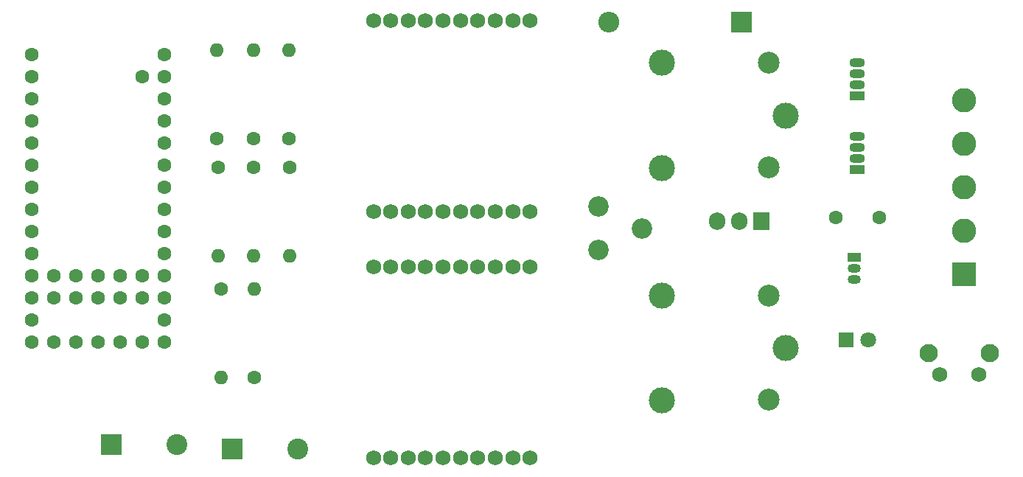
<source format=gbr>
G04 #@! TF.GenerationSoftware,KiCad,Pcbnew,5.99.0-unknown-50e22de3ba~95~ubuntu20.04.1*
G04 #@! TF.CreationDate,2021-01-21T20:42:25+09:00*
G04 #@! TF.ProjectId,Hyperwiper 2020 production prototype,48797065-7277-4697-9065-722032303230,rev?*
G04 #@! TF.SameCoordinates,Original*
G04 #@! TF.FileFunction,Soldermask,Bot*
G04 #@! TF.FilePolarity,Negative*
%FSLAX46Y46*%
G04 Gerber Fmt 4.6, Leading zero omitted, Abs format (unit mm)*
G04 Created by KiCad (PCBNEW 5.99.0-unknown-50e22de3ba~95~ubuntu20.04.1) date 2021-01-21 20:42:25*
%MOMM*%
%LPD*%
G01*
G04 APERTURE LIST*
%ADD10R,1.800000X1.070000*%
%ADD11O,1.800000X1.070000*%
%ADD12C,1.600000*%
%ADD13O,1.600000X1.600000*%
%ADD14R,1.500000X1.050000*%
%ADD15O,1.500000X1.050000*%
%ADD16R,2.800000X2.800000*%
%ADD17C,2.800000*%
%ADD18C,3.000000*%
%ADD19C,2.500000*%
%ADD20R,2.400000X2.400000*%
%ADD21C,2.400000*%
%ADD22C,1.727200*%
%ADD23O,2.400000X2.400000*%
%ADD24R,1.905000X2.000000*%
%ADD25O,1.905000X2.000000*%
%ADD26C,2.100000*%
%ADD27C,1.750000*%
%ADD28R,1.800000X1.800000*%
%ADD29C,1.800000*%
%ADD30C,2.340000*%
G04 APERTURE END LIST*
D10*
G04 #@! TO.C,D2*
X182000000Y-78250000D03*
D11*
X182000000Y-76980000D03*
X182000000Y-75710000D03*
X182000000Y-74440000D03*
G04 #@! TD*
D12*
G04 #@! TO.C,R5*
X112635000Y-77978000D03*
D13*
X112635000Y-88138000D03*
G04 #@! TD*
D12*
G04 #@! TO.C,R3*
X108966000Y-91948000D03*
D13*
X108966000Y-102108000D03*
G04 #@! TD*
D12*
G04 #@! TO.C,R4*
X116840000Y-77978000D03*
D13*
X116840000Y-88138000D03*
G04 #@! TD*
D14*
G04 #@! TO.C,Q1*
X181640000Y-88250000D03*
D15*
X181640000Y-89520000D03*
X181640000Y-90790000D03*
G04 #@! TD*
D16*
G04 #@! TO.C,J1*
X194250000Y-90250000D03*
D17*
X194250000Y-85250000D03*
X194250000Y-80250000D03*
X194250000Y-75250000D03*
X194250000Y-70250000D03*
G04 #@! TD*
D18*
G04 #@! TO.C,K2*
X173750000Y-72000000D03*
D19*
X171800000Y-65950000D03*
D18*
X159600000Y-65950000D03*
X159550000Y-78000000D03*
D19*
X171800000Y-77950000D03*
G04 #@! TD*
D12*
G04 #@! TO.C,C1*
X179500000Y-83750000D03*
X184500000Y-83750000D03*
G04 #@! TD*
D18*
G04 #@! TO.C,K1*
X173750000Y-98700000D03*
D19*
X171800000Y-92650000D03*
D18*
X159600000Y-92650000D03*
X159550000Y-104700000D03*
D19*
X171800000Y-104650000D03*
G04 #@! TD*
D20*
G04 #@! TO.C,C2*
X96325000Y-109750000D03*
D21*
X103825000Y-109750000D03*
G04 #@! TD*
D12*
G04 #@! TO.C,R7*
X112663000Y-74676000D03*
D13*
X112663000Y-64516000D03*
G04 #@! TD*
D12*
G04 #@! TO.C,R9*
X108585000Y-77978000D03*
D13*
X108585000Y-88138000D03*
G04 #@! TD*
D12*
G04 #@! TO.C,R8*
X116713000Y-74676000D03*
D13*
X116713000Y-64516000D03*
G04 #@! TD*
D12*
G04 #@! TO.C,U1*
X87130000Y-64990000D03*
X87130000Y-67530000D03*
X87130000Y-70070000D03*
X87130000Y-72610000D03*
X87130000Y-75150000D03*
X87130000Y-77690000D03*
X87130000Y-80230000D03*
X87130000Y-82770000D03*
X87130000Y-85310000D03*
X87130000Y-87850000D03*
X87130000Y-90390000D03*
X87130000Y-92930000D03*
X87130000Y-95470000D03*
X87130000Y-98010000D03*
X89670000Y-98010000D03*
X92210000Y-98010000D03*
X94750000Y-98010000D03*
X97290000Y-98010000D03*
X99830000Y-98010000D03*
X102370000Y-98010000D03*
X102370000Y-95470000D03*
X102370000Y-92930000D03*
X102370000Y-90390000D03*
X102370000Y-87850000D03*
X102370000Y-85310000D03*
X102370000Y-82770000D03*
X102370000Y-80230000D03*
X102370000Y-77690000D03*
X102370000Y-75150000D03*
X102370000Y-72610000D03*
X102370000Y-70070000D03*
X102370000Y-67530000D03*
X102370000Y-64990000D03*
X99830000Y-67530000D03*
X99830000Y-92930000D03*
X99830000Y-90390000D03*
X97290000Y-92930000D03*
X97290000Y-90390000D03*
X94750000Y-92930000D03*
X94750000Y-90390000D03*
X92210000Y-92930000D03*
X92210000Y-90390000D03*
X89670000Y-92930000D03*
X89670000Y-90390000D03*
G04 #@! TD*
D22*
G04 #@! TO.C,JP1*
X144424960Y-61076800D03*
X142423440Y-61076800D03*
X140424460Y-61076800D03*
X138422940Y-61076800D03*
X136423960Y-61076800D03*
X134424980Y-61076800D03*
X132423460Y-61076800D03*
X130424480Y-61076800D03*
X128422960Y-61076800D03*
X126423980Y-61076800D03*
X126423980Y-83073200D03*
X128422960Y-83073200D03*
X130424480Y-83073200D03*
X132423460Y-83073200D03*
X134424980Y-83073200D03*
X136423960Y-83073200D03*
X138422940Y-83073200D03*
X140424460Y-83073200D03*
X142423440Y-83073200D03*
X144424960Y-83073200D03*
G04 #@! TD*
D20*
G04 #@! TO.C,D4*
X168700000Y-61250000D03*
D23*
X153460000Y-61250000D03*
G04 #@! TD*
D12*
G04 #@! TO.C,R6*
X108458000Y-74676000D03*
D13*
X108458000Y-64516000D03*
G04 #@! TD*
D24*
G04 #@! TO.C,U3*
X171025000Y-84150000D03*
D25*
X168485000Y-84150000D03*
X165945000Y-84150000D03*
G04 #@! TD*
D20*
G04 #@! TO.C,C3*
X110225000Y-110300000D03*
D21*
X117725000Y-110300000D03*
G04 #@! TD*
D12*
G04 #@! TO.C,R1*
X112776000Y-102108000D03*
D13*
X112776000Y-91948000D03*
G04 #@! TD*
D26*
G04 #@! TO.C,SW1*
X197250000Y-99260000D03*
X190240000Y-99260000D03*
D27*
X196000000Y-101750000D03*
X191500000Y-101750000D03*
G04 #@! TD*
D28*
G04 #@! TO.C,D3*
X180725000Y-97750000D03*
D29*
X183265000Y-97750000D03*
G04 #@! TD*
D10*
G04 #@! TO.C,D1*
X182000000Y-69750000D03*
D11*
X182000000Y-68480000D03*
X182000000Y-67210000D03*
X182000000Y-65940000D03*
G04 #@! TD*
D22*
G04 #@! TO.C,JP2*
X144424960Y-89351800D03*
X142423440Y-89351800D03*
X140424460Y-89351800D03*
X138422940Y-89351800D03*
X136423960Y-89351800D03*
X134424980Y-89351800D03*
X132423460Y-89351800D03*
X130424480Y-89351800D03*
X128422960Y-89351800D03*
X126423980Y-89351800D03*
X126423980Y-111348200D03*
X128422960Y-111348200D03*
X130424480Y-111348200D03*
X132423460Y-111348200D03*
X134424980Y-111348200D03*
X136423960Y-111348200D03*
X138422940Y-111348200D03*
X140424460Y-111348200D03*
X142423440Y-111348200D03*
X144424960Y-111348200D03*
G04 #@! TD*
D30*
G04 #@! TO.C,RV1*
X152268000Y-82460000D03*
X157268000Y-84960000D03*
X152268000Y-87460000D03*
G04 #@! TD*
M02*

</source>
